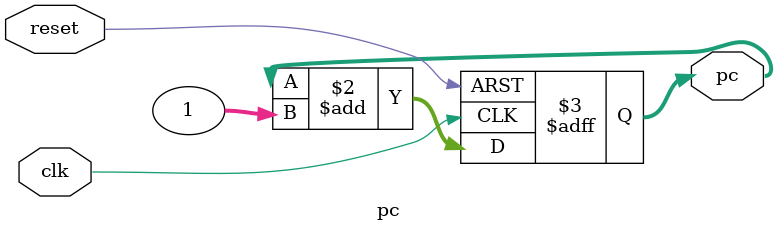
<source format=sv>
module pc (
    input wire clk,
    input wire reset,
    output reg [31:0] pc
);
    always @(posedge clk or posedge reset) begin
        if (reset) begin 
            pc <= 32'b0;
        end else begin
            pc <= pc + 1;
        end 
    end
endmodule
</source>
